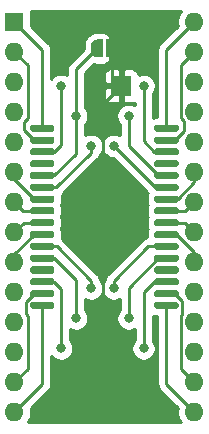
<source format=gtl>
G04 #@! TF.GenerationSoftware,KiCad,Pcbnew,(5.1.8)-1*
G04 #@! TF.CreationDate,2023-02-07T01:20:16+09:00*
G04 #@! TF.ProjectId,DIP28SSOP32_1mm,44495032-3853-4534-9f50-33325f316d6d,rev?*
G04 #@! TF.SameCoordinates,PXa9a2ce8PY790b418*
G04 #@! TF.FileFunction,Copper,L1,Top*
G04 #@! TF.FilePolarity,Positive*
%FSLAX46Y46*%
G04 Gerber Fmt 4.6, Leading zero omitted, Abs format (unit mm)*
G04 Created by KiCad (PCBNEW (5.1.8)-1) date 2023-02-07 01:20:16*
%MOMM*%
%LPD*%
G01*
G04 APERTURE LIST*
G04 #@! TA.AperFunction,ComponentPad*
%ADD10R,1.700000X1.700000*%
G04 #@! TD*
G04 #@! TA.AperFunction,ComponentPad*
%ADD11O,1.600000X1.600000*%
G04 #@! TD*
G04 #@! TA.AperFunction,ComponentPad*
%ADD12R,1.600000X1.600000*%
G04 #@! TD*
G04 #@! TA.AperFunction,SMDPad,CuDef*
%ADD13C,0.100000*%
G04 #@! TD*
G04 #@! TA.AperFunction,ViaPad*
%ADD14C,0.800000*%
G04 #@! TD*
G04 #@! TA.AperFunction,Conductor*
%ADD15C,0.250000*%
G04 #@! TD*
G04 #@! TA.AperFunction,Conductor*
%ADD16C,0.254000*%
G04 #@! TD*
G04 #@! TA.AperFunction,Conductor*
%ADD17C,0.100000*%
G04 #@! TD*
G04 APERTURE END LIST*
D10*
X10083800Y29133800D03*
G04 #@! TA.AperFunction,SMDPad,CuDef*
G36*
G01*
X12889600Y25394800D02*
X12889600Y25694800D01*
G75*
G02*
X13039600Y25844800I150000J0D01*
G01*
X14789600Y25844800D01*
G75*
G02*
X14939600Y25694800I0J-150000D01*
G01*
X14939600Y25394800D01*
G75*
G02*
X14789600Y25244800I-150000J0D01*
G01*
X13039600Y25244800D01*
G75*
G02*
X12889600Y25394800I0J150000D01*
G01*
G37*
G04 #@! TD.AperFunction*
G04 #@! TA.AperFunction,SMDPad,CuDef*
G36*
G01*
X12889600Y24394800D02*
X12889600Y24694800D01*
G75*
G02*
X13039600Y24844800I150000J0D01*
G01*
X14789600Y24844800D01*
G75*
G02*
X14939600Y24694800I0J-150000D01*
G01*
X14939600Y24394800D01*
G75*
G02*
X14789600Y24244800I-150000J0D01*
G01*
X13039600Y24244800D01*
G75*
G02*
X12889600Y24394800I0J150000D01*
G01*
G37*
G04 #@! TD.AperFunction*
G04 #@! TA.AperFunction,SMDPad,CuDef*
G36*
G01*
X12889600Y23394800D02*
X12889600Y23694800D01*
G75*
G02*
X13039600Y23844800I150000J0D01*
G01*
X14789600Y23844800D01*
G75*
G02*
X14939600Y23694800I0J-150000D01*
G01*
X14939600Y23394800D01*
G75*
G02*
X14789600Y23244800I-150000J0D01*
G01*
X13039600Y23244800D01*
G75*
G02*
X12889600Y23394800I0J150000D01*
G01*
G37*
G04 #@! TD.AperFunction*
G04 #@! TA.AperFunction,SMDPad,CuDef*
G36*
G01*
X12889600Y22394800D02*
X12889600Y22694800D01*
G75*
G02*
X13039600Y22844800I150000J0D01*
G01*
X14789600Y22844800D01*
G75*
G02*
X14939600Y22694800I0J-150000D01*
G01*
X14939600Y22394800D01*
G75*
G02*
X14789600Y22244800I-150000J0D01*
G01*
X13039600Y22244800D01*
G75*
G02*
X12889600Y22394800I0J150000D01*
G01*
G37*
G04 #@! TD.AperFunction*
G04 #@! TA.AperFunction,SMDPad,CuDef*
G36*
G01*
X12889600Y21394800D02*
X12889600Y21694800D01*
G75*
G02*
X13039600Y21844800I150000J0D01*
G01*
X14789600Y21844800D01*
G75*
G02*
X14939600Y21694800I0J-150000D01*
G01*
X14939600Y21394800D01*
G75*
G02*
X14789600Y21244800I-150000J0D01*
G01*
X13039600Y21244800D01*
G75*
G02*
X12889600Y21394800I0J150000D01*
G01*
G37*
G04 #@! TD.AperFunction*
G04 #@! TA.AperFunction,SMDPad,CuDef*
G36*
G01*
X12889600Y20394800D02*
X12889600Y20694800D01*
G75*
G02*
X13039600Y20844800I150000J0D01*
G01*
X14789600Y20844800D01*
G75*
G02*
X14939600Y20694800I0J-150000D01*
G01*
X14939600Y20394800D01*
G75*
G02*
X14789600Y20244800I-150000J0D01*
G01*
X13039600Y20244800D01*
G75*
G02*
X12889600Y20394800I0J150000D01*
G01*
G37*
G04 #@! TD.AperFunction*
G04 #@! TA.AperFunction,SMDPad,CuDef*
G36*
G01*
X12889600Y19394800D02*
X12889600Y19694800D01*
G75*
G02*
X13039600Y19844800I150000J0D01*
G01*
X14789600Y19844800D01*
G75*
G02*
X14939600Y19694800I0J-150000D01*
G01*
X14939600Y19394800D01*
G75*
G02*
X14789600Y19244800I-150000J0D01*
G01*
X13039600Y19244800D01*
G75*
G02*
X12889600Y19394800I0J150000D01*
G01*
G37*
G04 #@! TD.AperFunction*
G04 #@! TA.AperFunction,SMDPad,CuDef*
G36*
G01*
X12889600Y18394800D02*
X12889600Y18694800D01*
G75*
G02*
X13039600Y18844800I150000J0D01*
G01*
X14789600Y18844800D01*
G75*
G02*
X14939600Y18694800I0J-150000D01*
G01*
X14939600Y18394800D01*
G75*
G02*
X14789600Y18244800I-150000J0D01*
G01*
X13039600Y18244800D01*
G75*
G02*
X12889600Y18394800I0J150000D01*
G01*
G37*
G04 #@! TD.AperFunction*
G04 #@! TA.AperFunction,SMDPad,CuDef*
G36*
G01*
X12889600Y17394800D02*
X12889600Y17694800D01*
G75*
G02*
X13039600Y17844800I150000J0D01*
G01*
X14789600Y17844800D01*
G75*
G02*
X14939600Y17694800I0J-150000D01*
G01*
X14939600Y17394800D01*
G75*
G02*
X14789600Y17244800I-150000J0D01*
G01*
X13039600Y17244800D01*
G75*
G02*
X12889600Y17394800I0J150000D01*
G01*
G37*
G04 #@! TD.AperFunction*
G04 #@! TA.AperFunction,SMDPad,CuDef*
G36*
G01*
X12889600Y16394800D02*
X12889600Y16694800D01*
G75*
G02*
X13039600Y16844800I150000J0D01*
G01*
X14789600Y16844800D01*
G75*
G02*
X14939600Y16694800I0J-150000D01*
G01*
X14939600Y16394800D01*
G75*
G02*
X14789600Y16244800I-150000J0D01*
G01*
X13039600Y16244800D01*
G75*
G02*
X12889600Y16394800I0J150000D01*
G01*
G37*
G04 #@! TD.AperFunction*
G04 #@! TA.AperFunction,SMDPad,CuDef*
G36*
G01*
X12889600Y15394800D02*
X12889600Y15694800D01*
G75*
G02*
X13039600Y15844800I150000J0D01*
G01*
X14789600Y15844800D01*
G75*
G02*
X14939600Y15694800I0J-150000D01*
G01*
X14939600Y15394800D01*
G75*
G02*
X14789600Y15244800I-150000J0D01*
G01*
X13039600Y15244800D01*
G75*
G02*
X12889600Y15394800I0J150000D01*
G01*
G37*
G04 #@! TD.AperFunction*
G04 #@! TA.AperFunction,SMDPad,CuDef*
G36*
G01*
X12889600Y14394800D02*
X12889600Y14694800D01*
G75*
G02*
X13039600Y14844800I150000J0D01*
G01*
X14789600Y14844800D01*
G75*
G02*
X14939600Y14694800I0J-150000D01*
G01*
X14939600Y14394800D01*
G75*
G02*
X14789600Y14244800I-150000J0D01*
G01*
X13039600Y14244800D01*
G75*
G02*
X12889600Y14394800I0J150000D01*
G01*
G37*
G04 #@! TD.AperFunction*
G04 #@! TA.AperFunction,SMDPad,CuDef*
G36*
G01*
X12889600Y13394800D02*
X12889600Y13694800D01*
G75*
G02*
X13039600Y13844800I150000J0D01*
G01*
X14789600Y13844800D01*
G75*
G02*
X14939600Y13694800I0J-150000D01*
G01*
X14939600Y13394800D01*
G75*
G02*
X14789600Y13244800I-150000J0D01*
G01*
X13039600Y13244800D01*
G75*
G02*
X12889600Y13394800I0J150000D01*
G01*
G37*
G04 #@! TD.AperFunction*
G04 #@! TA.AperFunction,SMDPad,CuDef*
G36*
G01*
X12889600Y12394800D02*
X12889600Y12694800D01*
G75*
G02*
X13039600Y12844800I150000J0D01*
G01*
X14789600Y12844800D01*
G75*
G02*
X14939600Y12694800I0J-150000D01*
G01*
X14939600Y12394800D01*
G75*
G02*
X14789600Y12244800I-150000J0D01*
G01*
X13039600Y12244800D01*
G75*
G02*
X12889600Y12394800I0J150000D01*
G01*
G37*
G04 #@! TD.AperFunction*
G04 #@! TA.AperFunction,SMDPad,CuDef*
G36*
G01*
X12889600Y11394800D02*
X12889600Y11694800D01*
G75*
G02*
X13039600Y11844800I150000J0D01*
G01*
X14789600Y11844800D01*
G75*
G02*
X14939600Y11694800I0J-150000D01*
G01*
X14939600Y11394800D01*
G75*
G02*
X14789600Y11244800I-150000J0D01*
G01*
X13039600Y11244800D01*
G75*
G02*
X12889600Y11394800I0J150000D01*
G01*
G37*
G04 #@! TD.AperFunction*
G04 #@! TA.AperFunction,SMDPad,CuDef*
G36*
G01*
X12889600Y10394800D02*
X12889600Y10694800D01*
G75*
G02*
X13039600Y10844800I150000J0D01*
G01*
X14789600Y10844800D01*
G75*
G02*
X14939600Y10694800I0J-150000D01*
G01*
X14939600Y10394800D01*
G75*
G02*
X14789600Y10244800I-150000J0D01*
G01*
X13039600Y10244800D01*
G75*
G02*
X12889600Y10394800I0J150000D01*
G01*
G37*
G04 #@! TD.AperFunction*
G04 #@! TA.AperFunction,SMDPad,CuDef*
G36*
G01*
X2381800Y10394800D02*
X2381800Y10694800D01*
G75*
G02*
X2531800Y10844800I150000J0D01*
G01*
X4281800Y10844800D01*
G75*
G02*
X4431800Y10694800I0J-150000D01*
G01*
X4431800Y10394800D01*
G75*
G02*
X4281800Y10244800I-150000J0D01*
G01*
X2531800Y10244800D01*
G75*
G02*
X2381800Y10394800I0J150000D01*
G01*
G37*
G04 #@! TD.AperFunction*
G04 #@! TA.AperFunction,SMDPad,CuDef*
G36*
G01*
X2381800Y11394800D02*
X2381800Y11694800D01*
G75*
G02*
X2531800Y11844800I150000J0D01*
G01*
X4281800Y11844800D01*
G75*
G02*
X4431800Y11694800I0J-150000D01*
G01*
X4431800Y11394800D01*
G75*
G02*
X4281800Y11244800I-150000J0D01*
G01*
X2531800Y11244800D01*
G75*
G02*
X2381800Y11394800I0J150000D01*
G01*
G37*
G04 #@! TD.AperFunction*
G04 #@! TA.AperFunction,SMDPad,CuDef*
G36*
G01*
X2381800Y12394800D02*
X2381800Y12694800D01*
G75*
G02*
X2531800Y12844800I150000J0D01*
G01*
X4281800Y12844800D01*
G75*
G02*
X4431800Y12694800I0J-150000D01*
G01*
X4431800Y12394800D01*
G75*
G02*
X4281800Y12244800I-150000J0D01*
G01*
X2531800Y12244800D01*
G75*
G02*
X2381800Y12394800I0J150000D01*
G01*
G37*
G04 #@! TD.AperFunction*
G04 #@! TA.AperFunction,SMDPad,CuDef*
G36*
G01*
X2381800Y13394800D02*
X2381800Y13694800D01*
G75*
G02*
X2531800Y13844800I150000J0D01*
G01*
X4281800Y13844800D01*
G75*
G02*
X4431800Y13694800I0J-150000D01*
G01*
X4431800Y13394800D01*
G75*
G02*
X4281800Y13244800I-150000J0D01*
G01*
X2531800Y13244800D01*
G75*
G02*
X2381800Y13394800I0J150000D01*
G01*
G37*
G04 #@! TD.AperFunction*
G04 #@! TA.AperFunction,SMDPad,CuDef*
G36*
G01*
X2381800Y14394800D02*
X2381800Y14694800D01*
G75*
G02*
X2531800Y14844800I150000J0D01*
G01*
X4281800Y14844800D01*
G75*
G02*
X4431800Y14694800I0J-150000D01*
G01*
X4431800Y14394800D01*
G75*
G02*
X4281800Y14244800I-150000J0D01*
G01*
X2531800Y14244800D01*
G75*
G02*
X2381800Y14394800I0J150000D01*
G01*
G37*
G04 #@! TD.AperFunction*
G04 #@! TA.AperFunction,SMDPad,CuDef*
G36*
G01*
X2381800Y15394800D02*
X2381800Y15694800D01*
G75*
G02*
X2531800Y15844800I150000J0D01*
G01*
X4281800Y15844800D01*
G75*
G02*
X4431800Y15694800I0J-150000D01*
G01*
X4431800Y15394800D01*
G75*
G02*
X4281800Y15244800I-150000J0D01*
G01*
X2531800Y15244800D01*
G75*
G02*
X2381800Y15394800I0J150000D01*
G01*
G37*
G04 #@! TD.AperFunction*
G04 #@! TA.AperFunction,SMDPad,CuDef*
G36*
G01*
X2381800Y16394800D02*
X2381800Y16694800D01*
G75*
G02*
X2531800Y16844800I150000J0D01*
G01*
X4281800Y16844800D01*
G75*
G02*
X4431800Y16694800I0J-150000D01*
G01*
X4431800Y16394800D01*
G75*
G02*
X4281800Y16244800I-150000J0D01*
G01*
X2531800Y16244800D01*
G75*
G02*
X2381800Y16394800I0J150000D01*
G01*
G37*
G04 #@! TD.AperFunction*
G04 #@! TA.AperFunction,SMDPad,CuDef*
G36*
G01*
X2381800Y17394800D02*
X2381800Y17694800D01*
G75*
G02*
X2531800Y17844800I150000J0D01*
G01*
X4281800Y17844800D01*
G75*
G02*
X4431800Y17694800I0J-150000D01*
G01*
X4431800Y17394800D01*
G75*
G02*
X4281800Y17244800I-150000J0D01*
G01*
X2531800Y17244800D01*
G75*
G02*
X2381800Y17394800I0J150000D01*
G01*
G37*
G04 #@! TD.AperFunction*
G04 #@! TA.AperFunction,SMDPad,CuDef*
G36*
G01*
X2381800Y18394800D02*
X2381800Y18694800D01*
G75*
G02*
X2531800Y18844800I150000J0D01*
G01*
X4281800Y18844800D01*
G75*
G02*
X4431800Y18694800I0J-150000D01*
G01*
X4431800Y18394800D01*
G75*
G02*
X4281800Y18244800I-150000J0D01*
G01*
X2531800Y18244800D01*
G75*
G02*
X2381800Y18394800I0J150000D01*
G01*
G37*
G04 #@! TD.AperFunction*
G04 #@! TA.AperFunction,SMDPad,CuDef*
G36*
G01*
X2381800Y19394800D02*
X2381800Y19694800D01*
G75*
G02*
X2531800Y19844800I150000J0D01*
G01*
X4281800Y19844800D01*
G75*
G02*
X4431800Y19694800I0J-150000D01*
G01*
X4431800Y19394800D01*
G75*
G02*
X4281800Y19244800I-150000J0D01*
G01*
X2531800Y19244800D01*
G75*
G02*
X2381800Y19394800I0J150000D01*
G01*
G37*
G04 #@! TD.AperFunction*
G04 #@! TA.AperFunction,SMDPad,CuDef*
G36*
G01*
X2381800Y20394800D02*
X2381800Y20694800D01*
G75*
G02*
X2531800Y20844800I150000J0D01*
G01*
X4281800Y20844800D01*
G75*
G02*
X4431800Y20694800I0J-150000D01*
G01*
X4431800Y20394800D01*
G75*
G02*
X4281800Y20244800I-150000J0D01*
G01*
X2531800Y20244800D01*
G75*
G02*
X2381800Y20394800I0J150000D01*
G01*
G37*
G04 #@! TD.AperFunction*
G04 #@! TA.AperFunction,SMDPad,CuDef*
G36*
G01*
X2381800Y21394800D02*
X2381800Y21694800D01*
G75*
G02*
X2531800Y21844800I150000J0D01*
G01*
X4281800Y21844800D01*
G75*
G02*
X4431800Y21694800I0J-150000D01*
G01*
X4431800Y21394800D01*
G75*
G02*
X4281800Y21244800I-150000J0D01*
G01*
X2531800Y21244800D01*
G75*
G02*
X2381800Y21394800I0J150000D01*
G01*
G37*
G04 #@! TD.AperFunction*
G04 #@! TA.AperFunction,SMDPad,CuDef*
G36*
G01*
X2381800Y22394800D02*
X2381800Y22694800D01*
G75*
G02*
X2531800Y22844800I150000J0D01*
G01*
X4281800Y22844800D01*
G75*
G02*
X4431800Y22694800I0J-150000D01*
G01*
X4431800Y22394800D01*
G75*
G02*
X4281800Y22244800I-150000J0D01*
G01*
X2531800Y22244800D01*
G75*
G02*
X2381800Y22394800I0J150000D01*
G01*
G37*
G04 #@! TD.AperFunction*
G04 #@! TA.AperFunction,SMDPad,CuDef*
G36*
G01*
X2381800Y23394800D02*
X2381800Y23694800D01*
G75*
G02*
X2531800Y23844800I150000J0D01*
G01*
X4281800Y23844800D01*
G75*
G02*
X4431800Y23694800I0J-150000D01*
G01*
X4431800Y23394800D01*
G75*
G02*
X4281800Y23244800I-150000J0D01*
G01*
X2531800Y23244800D01*
G75*
G02*
X2381800Y23394800I0J150000D01*
G01*
G37*
G04 #@! TD.AperFunction*
G04 #@! TA.AperFunction,SMDPad,CuDef*
G36*
G01*
X2381800Y24394800D02*
X2381800Y24694800D01*
G75*
G02*
X2531800Y24844800I150000J0D01*
G01*
X4281800Y24844800D01*
G75*
G02*
X4431800Y24694800I0J-150000D01*
G01*
X4431800Y24394800D01*
G75*
G02*
X4281800Y24244800I-150000J0D01*
G01*
X2531800Y24244800D01*
G75*
G02*
X2381800Y24394800I0J150000D01*
G01*
G37*
G04 #@! TD.AperFunction*
G04 #@! TA.AperFunction,SMDPad,CuDef*
G36*
G01*
X2381800Y25394800D02*
X2381800Y25694800D01*
G75*
G02*
X2531800Y25844800I150000J0D01*
G01*
X4281800Y25844800D01*
G75*
G02*
X4431800Y25694800I0J-150000D01*
G01*
X4431800Y25394800D01*
G75*
G02*
X4281800Y25244800I-150000J0D01*
G01*
X2531800Y25244800D01*
G75*
G02*
X2381800Y25394800I0J150000D01*
G01*
G37*
G04 #@! TD.AperFunction*
D11*
X16286800Y34548800D03*
X1046800Y1528800D03*
X16286800Y32008800D03*
X1046800Y4068800D03*
X16286800Y29468800D03*
X1046800Y6608800D03*
X16286800Y26928800D03*
X1046800Y9148800D03*
X16286800Y24388800D03*
X1046800Y11688800D03*
X16286800Y21848800D03*
X1046800Y14228800D03*
X16286800Y19308800D03*
X1046800Y16768800D03*
X16286800Y16768800D03*
X1046800Y19308800D03*
X16286800Y14228800D03*
X1046800Y21848800D03*
X16286800Y11688800D03*
X1046800Y24388800D03*
X16286800Y9148800D03*
X1046800Y26928800D03*
X16286800Y6608800D03*
X1046800Y29468800D03*
X16286800Y4068800D03*
X1046800Y32008800D03*
X16286800Y1528800D03*
D12*
X1046800Y34548800D03*
G04 #@! TA.AperFunction,SMDPad,CuDef*
D13*
G36*
X9336800Y33058198D02*
G01*
X9361334Y33058198D01*
X9410165Y33053388D01*
X9458290Y33043816D01*
X9505245Y33029572D01*
X9550578Y33010795D01*
X9593851Y32987664D01*
X9634650Y32960404D01*
X9672579Y32929276D01*
X9707276Y32894579D01*
X9738404Y32856650D01*
X9765664Y32815851D01*
X9788795Y32772578D01*
X9807572Y32727245D01*
X9821816Y32680290D01*
X9831388Y32632165D01*
X9836198Y32583334D01*
X9836198Y32558800D01*
X9836800Y32558800D01*
X9836800Y32058800D01*
X9836198Y32058800D01*
X9836198Y32034266D01*
X9831388Y31985435D01*
X9821816Y31937310D01*
X9807572Y31890355D01*
X9788795Y31845022D01*
X9765664Y31801749D01*
X9738404Y31760950D01*
X9707276Y31723021D01*
X9672579Y31688324D01*
X9634650Y31657196D01*
X9593851Y31629936D01*
X9550578Y31606805D01*
X9505245Y31588028D01*
X9458290Y31573784D01*
X9410165Y31564212D01*
X9361334Y31559402D01*
X9336800Y31559402D01*
X9336800Y31558800D01*
X8836800Y31558800D01*
X8836800Y33058800D01*
X9336800Y33058800D01*
X9336800Y33058198D01*
G37*
G04 #@! TD.AperFunction*
G04 #@! TA.AperFunction,SMDPad,CuDef*
G36*
X8536800Y31558800D02*
G01*
X8036800Y31558800D01*
X8036800Y31559402D01*
X8012266Y31559402D01*
X7963435Y31564212D01*
X7915310Y31573784D01*
X7868355Y31588028D01*
X7823022Y31606805D01*
X7779749Y31629936D01*
X7738950Y31657196D01*
X7701021Y31688324D01*
X7666324Y31723021D01*
X7635196Y31760950D01*
X7607936Y31801749D01*
X7584805Y31845022D01*
X7566028Y31890355D01*
X7551784Y31937310D01*
X7542212Y31985435D01*
X7537402Y32034266D01*
X7537402Y32058800D01*
X7536800Y32058800D01*
X7536800Y32558800D01*
X7537402Y32558800D01*
X7537402Y32583334D01*
X7542212Y32632165D01*
X7551784Y32680290D01*
X7566028Y32727245D01*
X7584805Y32772578D01*
X7607936Y32815851D01*
X7635196Y32856650D01*
X7666324Y32894579D01*
X7701021Y32929276D01*
X7738950Y32960404D01*
X7779749Y32987664D01*
X7823022Y33010795D01*
X7868355Y33029572D01*
X7915310Y33043816D01*
X7963435Y33053388D01*
X8012266Y33058198D01*
X8036800Y33058198D01*
X8036800Y33058800D01*
X8536800Y33058800D01*
X8536800Y31558800D01*
G37*
G04 #@! TD.AperFunction*
D14*
X8559800Y22529800D03*
X8559800Y9448800D03*
X6273800Y26593800D03*
X11988800Y29133800D03*
X5003800Y6908800D03*
X10718800Y26593800D03*
X6273800Y9448800D03*
X9448800Y24053800D03*
X7543800Y11988800D03*
X9448800Y11988800D03*
X7543800Y24053800D03*
X10718800Y9448800D03*
X11988800Y6908800D03*
X5003800Y29133800D03*
D15*
X9336800Y29880800D02*
X10083800Y29133800D01*
X9336800Y32308800D02*
X9336800Y29880800D01*
X10083800Y29133800D02*
X8559800Y27609800D01*
X8559800Y27609800D02*
X8559800Y22529800D01*
X8559800Y22529800D02*
X8559800Y22529800D01*
X8559800Y22529800D02*
X8559800Y9448800D01*
X8559800Y9448800D02*
X8559800Y9448800D01*
X4431800Y21544800D02*
X3406800Y21544800D01*
X6273800Y23386800D02*
X4431800Y21544800D01*
X6273800Y26593800D02*
X6273800Y23386800D01*
X6273800Y30545800D02*
X8036800Y32308800D01*
X6273800Y26593800D02*
X6273800Y30545800D01*
X13914600Y32176600D02*
X13914600Y25544800D01*
X16286800Y34548800D02*
X13914600Y32176600D01*
X3406800Y3888800D02*
X1046800Y1528800D01*
X3406800Y10544800D02*
X3406800Y3888800D01*
X15161799Y30883799D02*
X16286800Y32008800D01*
X15417800Y26132798D02*
X15161799Y26388799D01*
X15417800Y25351232D02*
X15417800Y26132798D01*
X14611368Y24544800D02*
X15417800Y25351232D01*
X15161799Y26388799D02*
X15161799Y30883799D01*
X13914600Y24544800D02*
X14611368Y24544800D01*
X2171801Y5193801D02*
X1046800Y4068800D01*
X2171801Y9688801D02*
X2171801Y5193801D01*
X2019300Y9841302D02*
X2171801Y9688801D01*
X2019300Y10854068D02*
X2019300Y9841302D01*
X2710032Y11544800D02*
X2019300Y10854068D01*
X3406800Y11544800D02*
X2710032Y11544800D01*
X12889600Y23544800D02*
X13914600Y23544800D01*
X11988800Y24445600D02*
X12889600Y23544800D01*
X11988800Y29133800D02*
X11988800Y24445600D01*
X4431800Y12544800D02*
X3406800Y12544800D01*
X5003800Y11972800D02*
X4431800Y12544800D01*
X5003800Y6908800D02*
X5003800Y11972800D01*
X13217832Y21544800D02*
X13914600Y21544800D01*
X10718800Y24043832D02*
X13217832Y21544800D01*
X10718800Y26593800D02*
X10718800Y24043832D01*
X4431800Y14544800D02*
X3406800Y14544800D01*
X6273800Y12702800D02*
X4431800Y14544800D01*
X6273800Y9448800D02*
X6273800Y12702800D01*
X12957800Y20544800D02*
X13914600Y20544800D01*
X9448800Y24053800D02*
X12957800Y20544800D01*
X7543800Y11988800D02*
X7543800Y12623800D01*
X4622800Y15544800D02*
X3406800Y15544800D01*
X7543800Y12623800D02*
X4622800Y15544800D01*
X16286800Y20973802D02*
X16286800Y21848800D01*
X14857798Y19544800D02*
X16286800Y20973802D01*
X13914600Y19544800D02*
X14857798Y19544800D01*
X1046800Y14881568D02*
X1046800Y14228800D01*
X2710032Y16544800D02*
X1046800Y14881568D01*
X3406800Y16544800D02*
X2710032Y16544800D01*
X15522800Y18544800D02*
X16286800Y19308800D01*
X13914600Y18544800D02*
X15522800Y18544800D01*
X1822800Y17544800D02*
X1046800Y16768800D01*
X3406800Y17544800D02*
X1822800Y17544800D01*
X15510800Y17544800D02*
X16286800Y16768800D01*
X13914600Y17544800D02*
X15510800Y17544800D01*
X1810800Y18544800D02*
X1046800Y19308800D01*
X3406800Y18544800D02*
X1810800Y18544800D01*
X16286800Y15103798D02*
X16286800Y14228800D01*
X14845798Y16544800D02*
X16286800Y15103798D01*
X13914600Y16544800D02*
X14845798Y16544800D01*
X1046800Y21208032D02*
X1046800Y21848800D01*
X2710032Y19544800D02*
X1046800Y21208032D01*
X3406800Y19544800D02*
X2710032Y19544800D01*
X9448800Y11988800D02*
X9448800Y12623800D01*
X12369800Y15544800D02*
X13914600Y15544800D01*
X9448800Y12623800D02*
X12369800Y15544800D01*
X4600485Y20544800D02*
X3406800Y20544800D01*
X7543800Y23488115D02*
X4600485Y20544800D01*
X7543800Y24053800D02*
X7543800Y23488115D01*
X13217832Y14544800D02*
X13914600Y14544800D01*
X10718800Y12045768D02*
X13217832Y14544800D01*
X10718800Y9448800D02*
X10718800Y12045768D01*
X12889600Y12544800D02*
X13914600Y12544800D01*
X11988800Y11644000D02*
X12889600Y12544800D01*
X11988800Y6908800D02*
X11988800Y11644000D01*
X4431800Y23544800D02*
X3406800Y23544800D01*
X5003800Y24116800D02*
X4431800Y23544800D01*
X5003800Y29133800D02*
X5003800Y24116800D01*
X15161799Y5193801D02*
X16286800Y4068800D01*
X15264610Y9791612D02*
X15161799Y9688801D01*
X15161799Y9688801D02*
X15161799Y5193801D01*
X15264610Y10891558D02*
X15264610Y9791612D01*
X14611368Y11544800D02*
X15264610Y10891558D01*
X13914600Y11544800D02*
X14611368Y11544800D01*
X2171801Y30883799D02*
X1046800Y32008800D01*
X2171801Y26388799D02*
X2171801Y30883799D01*
X1828800Y26045798D02*
X2171801Y26388799D01*
X1828800Y25426032D02*
X1828800Y26045798D01*
X2710032Y24544800D02*
X1828800Y25426032D01*
X3406800Y24544800D02*
X2710032Y24544800D01*
X13914600Y3901000D02*
X16286800Y1528800D01*
X13914600Y10544800D02*
X13914600Y3901000D01*
X3406800Y32188800D02*
X1046800Y34548800D01*
X3406800Y25544800D02*
X3406800Y32188800D01*
D16*
X8531595Y11498544D02*
X8644863Y11329026D01*
X8789026Y11184863D01*
X8958544Y11071595D01*
X9146902Y10993574D01*
X9346861Y10953800D01*
X9550739Y10953800D01*
X9750698Y10993574D01*
X9939056Y11071595D01*
X9958801Y11084788D01*
X9958800Y10152511D01*
X9914863Y10108574D01*
X9801595Y9939056D01*
X9723574Y9750698D01*
X9683800Y9550739D01*
X9683800Y9346861D01*
X9723574Y9146902D01*
X9801595Y8958544D01*
X9914863Y8789026D01*
X10059026Y8644863D01*
X10228544Y8531595D01*
X10416902Y8453574D01*
X10616861Y8413800D01*
X10820739Y8413800D01*
X11020698Y8453574D01*
X11209056Y8531595D01*
X11228800Y8544788D01*
X11228800Y7612511D01*
X11184863Y7568574D01*
X11071595Y7399056D01*
X10993574Y7210698D01*
X10953800Y7010739D01*
X10953800Y6806861D01*
X10993574Y6606902D01*
X11071595Y6418544D01*
X11184863Y6249026D01*
X11329026Y6104863D01*
X11498544Y5991595D01*
X11686902Y5913574D01*
X11886861Y5873800D01*
X12090739Y5873800D01*
X12290698Y5913574D01*
X12479056Y5991595D01*
X12648574Y6104863D01*
X12792737Y6249026D01*
X12906005Y6418544D01*
X12984026Y6606902D01*
X13023800Y6806861D01*
X13023800Y7010739D01*
X12984026Y7210698D01*
X12906005Y7399056D01*
X12792737Y7568574D01*
X12748800Y7612511D01*
X12748800Y9663445D01*
X12885855Y9621871D01*
X13039600Y9606728D01*
X13154600Y9606728D01*
X13154601Y3938332D01*
X13150924Y3901000D01*
X13165598Y3752015D01*
X13209054Y3608754D01*
X13279626Y3476724D01*
X13314832Y3433826D01*
X13374600Y3360999D01*
X13403598Y3337201D01*
X14888112Y1852686D01*
X14851800Y1670135D01*
X14851800Y1387465D01*
X14906947Y1110226D01*
X15015120Y849073D01*
X15141454Y660000D01*
X2192146Y660000D01*
X2318480Y849073D01*
X2426653Y1110226D01*
X2481800Y1387465D01*
X2481800Y1670135D01*
X2445488Y1852686D01*
X3917803Y3325001D01*
X3946801Y3348799D01*
X4016581Y3433826D01*
X4041774Y3464523D01*
X4112346Y3596553D01*
X4116047Y3608754D01*
X4155803Y3739814D01*
X4166800Y3851467D01*
X4166800Y3851477D01*
X4170476Y3888799D01*
X4166800Y3926122D01*
X4166800Y6298508D01*
X4199863Y6249026D01*
X4344026Y6104863D01*
X4513544Y5991595D01*
X4701902Y5913574D01*
X4901861Y5873800D01*
X5105739Y5873800D01*
X5305698Y5913574D01*
X5494056Y5991595D01*
X5663574Y6104863D01*
X5807737Y6249026D01*
X5921005Y6418544D01*
X5999026Y6606902D01*
X6038800Y6806861D01*
X6038800Y7010739D01*
X5999026Y7210698D01*
X5921005Y7399056D01*
X5807737Y7568574D01*
X5763800Y7612511D01*
X5763800Y8544787D01*
X5783544Y8531595D01*
X5971902Y8453574D01*
X6171861Y8413800D01*
X6375739Y8413800D01*
X6575698Y8453574D01*
X6764056Y8531595D01*
X6933574Y8644863D01*
X7077737Y8789026D01*
X7191005Y8958544D01*
X7269026Y9146902D01*
X7308800Y9346861D01*
X7308800Y9550739D01*
X7269026Y9750698D01*
X7191005Y9939056D01*
X7077737Y10108574D01*
X7033800Y10152511D01*
X7033800Y11084787D01*
X7053544Y11071595D01*
X7241902Y10993574D01*
X7441861Y10953800D01*
X7645739Y10953800D01*
X7845698Y10993574D01*
X8034056Y11071595D01*
X8203574Y11184863D01*
X8347737Y11329026D01*
X8461005Y11498544D01*
X8496300Y11583753D01*
X8531595Y11498544D01*
G04 #@! TA.AperFunction,Conductor*
D17*
G36*
X8531595Y11498544D02*
G01*
X8644863Y11329026D01*
X8789026Y11184863D01*
X8958544Y11071595D01*
X9146902Y10993574D01*
X9346861Y10953800D01*
X9550739Y10953800D01*
X9750698Y10993574D01*
X9939056Y11071595D01*
X9958801Y11084788D01*
X9958800Y10152511D01*
X9914863Y10108574D01*
X9801595Y9939056D01*
X9723574Y9750698D01*
X9683800Y9550739D01*
X9683800Y9346861D01*
X9723574Y9146902D01*
X9801595Y8958544D01*
X9914863Y8789026D01*
X10059026Y8644863D01*
X10228544Y8531595D01*
X10416902Y8453574D01*
X10616861Y8413800D01*
X10820739Y8413800D01*
X11020698Y8453574D01*
X11209056Y8531595D01*
X11228800Y8544788D01*
X11228800Y7612511D01*
X11184863Y7568574D01*
X11071595Y7399056D01*
X10993574Y7210698D01*
X10953800Y7010739D01*
X10953800Y6806861D01*
X10993574Y6606902D01*
X11071595Y6418544D01*
X11184863Y6249026D01*
X11329026Y6104863D01*
X11498544Y5991595D01*
X11686902Y5913574D01*
X11886861Y5873800D01*
X12090739Y5873800D01*
X12290698Y5913574D01*
X12479056Y5991595D01*
X12648574Y6104863D01*
X12792737Y6249026D01*
X12906005Y6418544D01*
X12984026Y6606902D01*
X13023800Y6806861D01*
X13023800Y7010739D01*
X12984026Y7210698D01*
X12906005Y7399056D01*
X12792737Y7568574D01*
X12748800Y7612511D01*
X12748800Y9663445D01*
X12885855Y9621871D01*
X13039600Y9606728D01*
X13154600Y9606728D01*
X13154601Y3938332D01*
X13150924Y3901000D01*
X13165598Y3752015D01*
X13209054Y3608754D01*
X13279626Y3476724D01*
X13314832Y3433826D01*
X13374600Y3360999D01*
X13403598Y3337201D01*
X14888112Y1852686D01*
X14851800Y1670135D01*
X14851800Y1387465D01*
X14906947Y1110226D01*
X15015120Y849073D01*
X15141454Y660000D01*
X2192146Y660000D01*
X2318480Y849073D01*
X2426653Y1110226D01*
X2481800Y1387465D01*
X2481800Y1670135D01*
X2445488Y1852686D01*
X3917803Y3325001D01*
X3946801Y3348799D01*
X4016581Y3433826D01*
X4041774Y3464523D01*
X4112346Y3596553D01*
X4116047Y3608754D01*
X4155803Y3739814D01*
X4166800Y3851467D01*
X4166800Y3851477D01*
X4170476Y3888799D01*
X4166800Y3926122D01*
X4166800Y6298508D01*
X4199863Y6249026D01*
X4344026Y6104863D01*
X4513544Y5991595D01*
X4701902Y5913574D01*
X4901861Y5873800D01*
X5105739Y5873800D01*
X5305698Y5913574D01*
X5494056Y5991595D01*
X5663574Y6104863D01*
X5807737Y6249026D01*
X5921005Y6418544D01*
X5999026Y6606902D01*
X6038800Y6806861D01*
X6038800Y7010739D01*
X5999026Y7210698D01*
X5921005Y7399056D01*
X5807737Y7568574D01*
X5763800Y7612511D01*
X5763800Y8544787D01*
X5783544Y8531595D01*
X5971902Y8453574D01*
X6171861Y8413800D01*
X6375739Y8413800D01*
X6575698Y8453574D01*
X6764056Y8531595D01*
X6933574Y8644863D01*
X7077737Y8789026D01*
X7191005Y8958544D01*
X7269026Y9146902D01*
X7308800Y9346861D01*
X7308800Y9550739D01*
X7269026Y9750698D01*
X7191005Y9939056D01*
X7077737Y10108574D01*
X7033800Y10152511D01*
X7033800Y11084787D01*
X7053544Y11071595D01*
X7241902Y10993574D01*
X7441861Y10953800D01*
X7645739Y10953800D01*
X7845698Y10993574D01*
X8034056Y11071595D01*
X8203574Y11184863D01*
X8347737Y11329026D01*
X8461005Y11498544D01*
X8496300Y11583753D01*
X8531595Y11498544D01*
G37*
G04 #@! TD.AperFunction*
D16*
X8531595Y23563544D02*
X8644863Y23394026D01*
X8789026Y23249863D01*
X8958544Y23136595D01*
X9146902Y23058574D01*
X9346861Y23018800D01*
X9408999Y23018800D01*
X12301474Y20126323D01*
X12311516Y20093218D01*
X12337396Y20044800D01*
X12311516Y19996382D01*
X12266671Y19848545D01*
X12251528Y19694800D01*
X12251528Y19394800D01*
X12266671Y19241055D01*
X12311516Y19093218D01*
X12337396Y19044800D01*
X12311516Y18996382D01*
X12266671Y18848545D01*
X12251528Y18694800D01*
X12251528Y18394800D01*
X12266671Y18241055D01*
X12311516Y18093218D01*
X12337396Y18044800D01*
X12311516Y17996382D01*
X12266671Y17848545D01*
X12251528Y17694800D01*
X12251528Y17394800D01*
X12266671Y17241055D01*
X12311516Y17093218D01*
X12337396Y17044800D01*
X12311516Y16996382D01*
X12266671Y16848545D01*
X12251528Y16694800D01*
X12251528Y16394800D01*
X12261085Y16297769D01*
X12220814Y16293803D01*
X12077553Y16250346D01*
X11945524Y16179774D01*
X11829799Y16084801D01*
X11806001Y16055803D01*
X8937798Y13187599D01*
X8908800Y13163801D01*
X8885002Y13134803D01*
X8885001Y13134802D01*
X8813826Y13048076D01*
X8771599Y12969076D01*
X8743254Y12916047D01*
X8699797Y12772786D01*
X8692228Y12695939D01*
X8644863Y12648574D01*
X8531595Y12479056D01*
X8496300Y12393847D01*
X8461005Y12479056D01*
X8347737Y12648574D01*
X8300372Y12695939D01*
X8292803Y12772786D01*
X8249346Y12916047D01*
X8178774Y13048076D01*
X8083801Y13163801D01*
X8054803Y13187599D01*
X5186604Y16055797D01*
X5162801Y16084801D01*
X5047076Y16179774D01*
X5037666Y16184804D01*
X5054729Y16241055D01*
X5069872Y16394800D01*
X5069872Y16694800D01*
X5054729Y16848545D01*
X5009884Y16996382D01*
X4984004Y17044800D01*
X5009884Y17093218D01*
X5054729Y17241055D01*
X5069872Y17394800D01*
X5069872Y17694800D01*
X5054729Y17848545D01*
X5009884Y17996382D01*
X4984004Y18044800D01*
X5009884Y18093218D01*
X5054729Y18241055D01*
X5069872Y18394800D01*
X5069872Y18694800D01*
X5054729Y18848545D01*
X5009884Y18996382D01*
X4984004Y19044800D01*
X5009884Y19093218D01*
X5054729Y19241055D01*
X5069872Y19394800D01*
X5069872Y19694800D01*
X5054729Y19848545D01*
X5033872Y19917303D01*
X5140486Y20004799D01*
X5164289Y20033803D01*
X8054803Y22924316D01*
X8083801Y22948114D01*
X8130321Y23004799D01*
X8178774Y23063838D01*
X8249346Y23195868D01*
X8259291Y23228653D01*
X8292787Y23339076D01*
X8347737Y23394026D01*
X8461005Y23563544D01*
X8496300Y23648753D01*
X8531595Y23563544D01*
G04 #@! TA.AperFunction,Conductor*
D17*
G36*
X8531595Y23563544D02*
G01*
X8644863Y23394026D01*
X8789026Y23249863D01*
X8958544Y23136595D01*
X9146902Y23058574D01*
X9346861Y23018800D01*
X9408999Y23018800D01*
X12301474Y20126323D01*
X12311516Y20093218D01*
X12337396Y20044800D01*
X12311516Y19996382D01*
X12266671Y19848545D01*
X12251528Y19694800D01*
X12251528Y19394800D01*
X12266671Y19241055D01*
X12311516Y19093218D01*
X12337396Y19044800D01*
X12311516Y18996382D01*
X12266671Y18848545D01*
X12251528Y18694800D01*
X12251528Y18394800D01*
X12266671Y18241055D01*
X12311516Y18093218D01*
X12337396Y18044800D01*
X12311516Y17996382D01*
X12266671Y17848545D01*
X12251528Y17694800D01*
X12251528Y17394800D01*
X12266671Y17241055D01*
X12311516Y17093218D01*
X12337396Y17044800D01*
X12311516Y16996382D01*
X12266671Y16848545D01*
X12251528Y16694800D01*
X12251528Y16394800D01*
X12261085Y16297769D01*
X12220814Y16293803D01*
X12077553Y16250346D01*
X11945524Y16179774D01*
X11829799Y16084801D01*
X11806001Y16055803D01*
X8937798Y13187599D01*
X8908800Y13163801D01*
X8885002Y13134803D01*
X8885001Y13134802D01*
X8813826Y13048076D01*
X8771599Y12969076D01*
X8743254Y12916047D01*
X8699797Y12772786D01*
X8692228Y12695939D01*
X8644863Y12648574D01*
X8531595Y12479056D01*
X8496300Y12393847D01*
X8461005Y12479056D01*
X8347737Y12648574D01*
X8300372Y12695939D01*
X8292803Y12772786D01*
X8249346Y12916047D01*
X8178774Y13048076D01*
X8083801Y13163801D01*
X8054803Y13187599D01*
X5186604Y16055797D01*
X5162801Y16084801D01*
X5047076Y16179774D01*
X5037666Y16184804D01*
X5054729Y16241055D01*
X5069872Y16394800D01*
X5069872Y16694800D01*
X5054729Y16848545D01*
X5009884Y16996382D01*
X4984004Y17044800D01*
X5009884Y17093218D01*
X5054729Y17241055D01*
X5069872Y17394800D01*
X5069872Y17694800D01*
X5054729Y17848545D01*
X5009884Y17996382D01*
X4984004Y18044800D01*
X5009884Y18093218D01*
X5054729Y18241055D01*
X5069872Y18394800D01*
X5069872Y18694800D01*
X5054729Y18848545D01*
X5009884Y18996382D01*
X4984004Y19044800D01*
X5009884Y19093218D01*
X5054729Y19241055D01*
X5069872Y19394800D01*
X5069872Y19694800D01*
X5054729Y19848545D01*
X5033872Y19917303D01*
X5140486Y20004799D01*
X5164289Y20033803D01*
X8054803Y22924316D01*
X8083801Y22948114D01*
X8130321Y23004799D01*
X8178774Y23063838D01*
X8249346Y23195868D01*
X8259291Y23228653D01*
X8292787Y23339076D01*
X8347737Y23394026D01*
X8461005Y23563544D01*
X8496300Y23648753D01*
X8531595Y23563544D01*
G37*
G04 #@! TD.AperFunction*
D16*
X15015120Y35228527D02*
X14906947Y34967374D01*
X14851800Y34690135D01*
X14851800Y34407465D01*
X14888112Y34224914D01*
X13403603Y32740404D01*
X13374599Y32716601D01*
X13319471Y32649426D01*
X13279626Y32600876D01*
X13270205Y32583250D01*
X13209054Y32468846D01*
X13165597Y32325585D01*
X13154600Y32213932D01*
X13154600Y32213922D01*
X13150924Y32176600D01*
X13154600Y32139277D01*
X13154601Y26482872D01*
X13039600Y26482872D01*
X12885855Y26467729D01*
X12748800Y26426155D01*
X12748800Y28430089D01*
X12792737Y28474026D01*
X12906005Y28643544D01*
X12984026Y28831902D01*
X13023800Y29031861D01*
X13023800Y29235739D01*
X12984026Y29435698D01*
X12906005Y29624056D01*
X12792737Y29793574D01*
X12648574Y29937737D01*
X12479056Y30051005D01*
X12290698Y30129026D01*
X12090739Y30168800D01*
X11886861Y30168800D01*
X11686902Y30129026D01*
X11562638Y30077554D01*
X11559612Y30108282D01*
X11523302Y30227980D01*
X11464337Y30338294D01*
X11384985Y30434985D01*
X11288294Y30514337D01*
X11177980Y30573302D01*
X11058282Y30609612D01*
X10933800Y30621872D01*
X10369550Y30618800D01*
X10210800Y30460050D01*
X10210800Y29260800D01*
X10230800Y29260800D01*
X10230800Y29006800D01*
X10210800Y29006800D01*
X10210800Y27807550D01*
X10369550Y27648800D01*
X10933800Y27645728D01*
X11058282Y27657988D01*
X11177980Y27694298D01*
X11228800Y27721462D01*
X11228800Y27497812D01*
X11209056Y27511005D01*
X11020698Y27589026D01*
X10820739Y27628800D01*
X10616861Y27628800D01*
X10416902Y27589026D01*
X10228544Y27511005D01*
X10059026Y27397737D01*
X9914863Y27253574D01*
X9801595Y27084056D01*
X9723574Y26895698D01*
X9683800Y26695739D01*
X9683800Y26491861D01*
X9723574Y26291902D01*
X9801595Y26103544D01*
X9914863Y25934026D01*
X9958800Y25890089D01*
X9958801Y24957812D01*
X9939056Y24971005D01*
X9750698Y25049026D01*
X9550739Y25088800D01*
X9346861Y25088800D01*
X9146902Y25049026D01*
X8958544Y24971005D01*
X8789026Y24857737D01*
X8644863Y24713574D01*
X8531595Y24544056D01*
X8496300Y24458847D01*
X8461005Y24544056D01*
X8347737Y24713574D01*
X8203574Y24857737D01*
X8034056Y24971005D01*
X7845698Y25049026D01*
X7645739Y25088800D01*
X7441861Y25088800D01*
X7241902Y25049026D01*
X7053544Y24971005D01*
X7033800Y24957813D01*
X7033800Y25890089D01*
X7077737Y25934026D01*
X7191005Y26103544D01*
X7269026Y26291902D01*
X7308800Y26491861D01*
X7308800Y26695739D01*
X7269026Y26895698D01*
X7191005Y27084056D01*
X7077737Y27253574D01*
X7033800Y27297511D01*
X7033800Y28283800D01*
X8595728Y28283800D01*
X8607988Y28159318D01*
X8644298Y28039620D01*
X8703263Y27929306D01*
X8782615Y27832615D01*
X8879306Y27753263D01*
X8989620Y27694298D01*
X9109318Y27657988D01*
X9233800Y27645728D01*
X9798050Y27648800D01*
X9956800Y27807550D01*
X9956800Y29006800D01*
X8757550Y29006800D01*
X8598800Y28848050D01*
X8595728Y28283800D01*
X7033800Y28283800D01*
X7033800Y29983800D01*
X8595728Y29983800D01*
X8598800Y29419550D01*
X8757550Y29260800D01*
X9956800Y29260800D01*
X9956800Y30460050D01*
X9798050Y30618800D01*
X9233800Y30621872D01*
X9109318Y30609612D01*
X8989620Y30573302D01*
X8879306Y30514337D01*
X8782615Y30434985D01*
X8703263Y30338294D01*
X8644298Y30227980D01*
X8607988Y30108282D01*
X8595728Y29983800D01*
X7033800Y29983800D01*
X7033800Y30230999D01*
X7759614Y30956812D01*
X7767177Y30954518D01*
X7863310Y30935396D01*
X7987791Y30923136D01*
X8012350Y30923136D01*
X8036800Y30920728D01*
X8536800Y30920728D01*
X8661282Y30932988D01*
X8780980Y30969298D01*
X8891294Y31028263D01*
X8987985Y31107615D01*
X9067337Y31204306D01*
X9126302Y31314620D01*
X9162612Y31434318D01*
X9174872Y31558800D01*
X9174872Y33058800D01*
X9162612Y33183282D01*
X9126302Y33302980D01*
X9067337Y33413294D01*
X8987985Y33509985D01*
X8891294Y33589337D01*
X8780980Y33648302D01*
X8661282Y33684612D01*
X8536800Y33696872D01*
X8036800Y33696872D01*
X8012350Y33694464D01*
X7987791Y33694464D01*
X7863310Y33682204D01*
X7767177Y33663082D01*
X7647481Y33626773D01*
X7556925Y33589264D01*
X7446608Y33530298D01*
X7365109Y33475842D01*
X7268418Y33396490D01*
X7199110Y33327182D01*
X7119758Y33230491D01*
X7065302Y33148992D01*
X7006336Y33038675D01*
X6968827Y32948119D01*
X6932518Y32828423D01*
X6913396Y32732290D01*
X6901136Y32607809D01*
X6901136Y32583250D01*
X6898728Y32558800D01*
X6898728Y32245530D01*
X5762798Y31109599D01*
X5733800Y31085801D01*
X5710002Y31056803D01*
X5710001Y31056802D01*
X5638826Y30970076D01*
X5568254Y30838046D01*
X5524798Y30694785D01*
X5510124Y30545800D01*
X5513801Y30508468D01*
X5513801Y30037812D01*
X5494056Y30051005D01*
X5305698Y30129026D01*
X5105739Y30168800D01*
X4901861Y30168800D01*
X4701902Y30129026D01*
X4513544Y30051005D01*
X4344026Y29937737D01*
X4199863Y29793574D01*
X4166800Y29744092D01*
X4166800Y32151478D01*
X4170476Y32188801D01*
X4166800Y32226123D01*
X4166800Y32226133D01*
X4155803Y32337786D01*
X4112346Y32481047D01*
X4048296Y32600875D01*
X4041774Y32613077D01*
X3970599Y32699803D01*
X3946801Y32728801D01*
X3917803Y32752599D01*
X2484872Y34185529D01*
X2484872Y35348800D01*
X2476540Y35433400D01*
X15152011Y35433400D01*
X15015120Y35228527D01*
G04 #@! TA.AperFunction,Conductor*
D17*
G36*
X15015120Y35228527D02*
G01*
X14906947Y34967374D01*
X14851800Y34690135D01*
X14851800Y34407465D01*
X14888112Y34224914D01*
X13403603Y32740404D01*
X13374599Y32716601D01*
X13319471Y32649426D01*
X13279626Y32600876D01*
X13270205Y32583250D01*
X13209054Y32468846D01*
X13165597Y32325585D01*
X13154600Y32213932D01*
X13154600Y32213922D01*
X13150924Y32176600D01*
X13154600Y32139277D01*
X13154601Y26482872D01*
X13039600Y26482872D01*
X12885855Y26467729D01*
X12748800Y26426155D01*
X12748800Y28430089D01*
X12792737Y28474026D01*
X12906005Y28643544D01*
X12984026Y28831902D01*
X13023800Y29031861D01*
X13023800Y29235739D01*
X12984026Y29435698D01*
X12906005Y29624056D01*
X12792737Y29793574D01*
X12648574Y29937737D01*
X12479056Y30051005D01*
X12290698Y30129026D01*
X12090739Y30168800D01*
X11886861Y30168800D01*
X11686902Y30129026D01*
X11562638Y30077554D01*
X11559612Y30108282D01*
X11523302Y30227980D01*
X11464337Y30338294D01*
X11384985Y30434985D01*
X11288294Y30514337D01*
X11177980Y30573302D01*
X11058282Y30609612D01*
X10933800Y30621872D01*
X10369550Y30618800D01*
X10210800Y30460050D01*
X10210800Y29260800D01*
X10230800Y29260800D01*
X10230800Y29006800D01*
X10210800Y29006800D01*
X10210800Y27807550D01*
X10369550Y27648800D01*
X10933800Y27645728D01*
X11058282Y27657988D01*
X11177980Y27694298D01*
X11228800Y27721462D01*
X11228800Y27497812D01*
X11209056Y27511005D01*
X11020698Y27589026D01*
X10820739Y27628800D01*
X10616861Y27628800D01*
X10416902Y27589026D01*
X10228544Y27511005D01*
X10059026Y27397737D01*
X9914863Y27253574D01*
X9801595Y27084056D01*
X9723574Y26895698D01*
X9683800Y26695739D01*
X9683800Y26491861D01*
X9723574Y26291902D01*
X9801595Y26103544D01*
X9914863Y25934026D01*
X9958800Y25890089D01*
X9958801Y24957812D01*
X9939056Y24971005D01*
X9750698Y25049026D01*
X9550739Y25088800D01*
X9346861Y25088800D01*
X9146902Y25049026D01*
X8958544Y24971005D01*
X8789026Y24857737D01*
X8644863Y24713574D01*
X8531595Y24544056D01*
X8496300Y24458847D01*
X8461005Y24544056D01*
X8347737Y24713574D01*
X8203574Y24857737D01*
X8034056Y24971005D01*
X7845698Y25049026D01*
X7645739Y25088800D01*
X7441861Y25088800D01*
X7241902Y25049026D01*
X7053544Y24971005D01*
X7033800Y24957813D01*
X7033800Y25890089D01*
X7077737Y25934026D01*
X7191005Y26103544D01*
X7269026Y26291902D01*
X7308800Y26491861D01*
X7308800Y26695739D01*
X7269026Y26895698D01*
X7191005Y27084056D01*
X7077737Y27253574D01*
X7033800Y27297511D01*
X7033800Y28283800D01*
X8595728Y28283800D01*
X8607988Y28159318D01*
X8644298Y28039620D01*
X8703263Y27929306D01*
X8782615Y27832615D01*
X8879306Y27753263D01*
X8989620Y27694298D01*
X9109318Y27657988D01*
X9233800Y27645728D01*
X9798050Y27648800D01*
X9956800Y27807550D01*
X9956800Y29006800D01*
X8757550Y29006800D01*
X8598800Y28848050D01*
X8595728Y28283800D01*
X7033800Y28283800D01*
X7033800Y29983800D01*
X8595728Y29983800D01*
X8598800Y29419550D01*
X8757550Y29260800D01*
X9956800Y29260800D01*
X9956800Y30460050D01*
X9798050Y30618800D01*
X9233800Y30621872D01*
X9109318Y30609612D01*
X8989620Y30573302D01*
X8879306Y30514337D01*
X8782615Y30434985D01*
X8703263Y30338294D01*
X8644298Y30227980D01*
X8607988Y30108282D01*
X8595728Y29983800D01*
X7033800Y29983800D01*
X7033800Y30230999D01*
X7759614Y30956812D01*
X7767177Y30954518D01*
X7863310Y30935396D01*
X7987791Y30923136D01*
X8012350Y30923136D01*
X8036800Y30920728D01*
X8536800Y30920728D01*
X8661282Y30932988D01*
X8780980Y30969298D01*
X8891294Y31028263D01*
X8987985Y31107615D01*
X9067337Y31204306D01*
X9126302Y31314620D01*
X9162612Y31434318D01*
X9174872Y31558800D01*
X9174872Y33058800D01*
X9162612Y33183282D01*
X9126302Y33302980D01*
X9067337Y33413294D01*
X8987985Y33509985D01*
X8891294Y33589337D01*
X8780980Y33648302D01*
X8661282Y33684612D01*
X8536800Y33696872D01*
X8036800Y33696872D01*
X8012350Y33694464D01*
X7987791Y33694464D01*
X7863310Y33682204D01*
X7767177Y33663082D01*
X7647481Y33626773D01*
X7556925Y33589264D01*
X7446608Y33530298D01*
X7365109Y33475842D01*
X7268418Y33396490D01*
X7199110Y33327182D01*
X7119758Y33230491D01*
X7065302Y33148992D01*
X7006336Y33038675D01*
X6968827Y32948119D01*
X6932518Y32828423D01*
X6913396Y32732290D01*
X6901136Y32607809D01*
X6901136Y32583250D01*
X6898728Y32558800D01*
X6898728Y32245530D01*
X5762798Y31109599D01*
X5733800Y31085801D01*
X5710002Y31056803D01*
X5710001Y31056802D01*
X5638826Y30970076D01*
X5568254Y30838046D01*
X5524798Y30694785D01*
X5510124Y30545800D01*
X5513801Y30508468D01*
X5513801Y30037812D01*
X5494056Y30051005D01*
X5305698Y30129026D01*
X5105739Y30168800D01*
X4901861Y30168800D01*
X4701902Y30129026D01*
X4513544Y30051005D01*
X4344026Y29937737D01*
X4199863Y29793574D01*
X4166800Y29744092D01*
X4166800Y32151478D01*
X4170476Y32188801D01*
X4166800Y32226123D01*
X4166800Y32226133D01*
X4155803Y32337786D01*
X4112346Y32481047D01*
X4048296Y32600875D01*
X4041774Y32613077D01*
X3970599Y32699803D01*
X3946801Y32728801D01*
X3917803Y32752599D01*
X2484872Y34185529D01*
X2484872Y35348800D01*
X2476540Y35433400D01*
X15152011Y35433400D01*
X15015120Y35228527D01*
G37*
G04 #@! TD.AperFunction*
M02*

</source>
